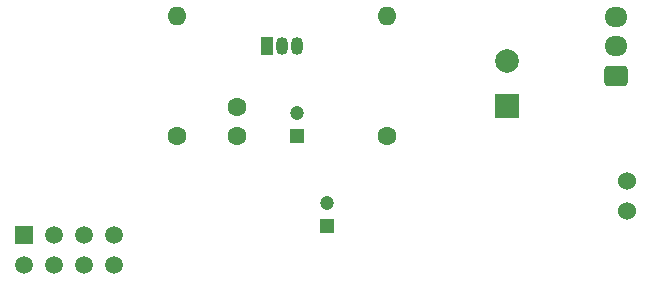
<source format=gbr>
%TF.GenerationSoftware,KiCad,Pcbnew,6.0.6-3a73a75311~116~ubuntu20.04.1*%
%TF.CreationDate,2022-07-17T11:06:13-05:00*%
%TF.ProjectId,esp_ha_integrator,6573705f-6861-45f6-996e-746567726174,rev?*%
%TF.SameCoordinates,Original*%
%TF.FileFunction,Soldermask,Bot*%
%TF.FilePolarity,Negative*%
%FSLAX46Y46*%
G04 Gerber Fmt 4.6, Leading zero omitted, Abs format (unit mm)*
G04 Created by KiCad (PCBNEW 6.0.6-3a73a75311~116~ubuntu20.04.1) date 2022-07-17 11:06:13*
%MOMM*%
%LPD*%
G01*
G04 APERTURE LIST*
G04 Aperture macros list*
%AMRoundRect*
0 Rectangle with rounded corners*
0 $1 Rounding radius*
0 $2 $3 $4 $5 $6 $7 $8 $9 X,Y pos of 4 corners*
0 Add a 4 corners polygon primitive as box body*
4,1,4,$2,$3,$4,$5,$6,$7,$8,$9,$2,$3,0*
0 Add four circle primitives for the rounded corners*
1,1,$1+$1,$2,$3*
1,1,$1+$1,$4,$5*
1,1,$1+$1,$6,$7*
1,1,$1+$1,$8,$9*
0 Add four rect primitives between the rounded corners*
20,1,$1+$1,$2,$3,$4,$5,0*
20,1,$1+$1,$4,$5,$6,$7,0*
20,1,$1+$1,$6,$7,$8,$9,0*
20,1,$1+$1,$8,$9,$2,$3,0*%
G04 Aperture macros list end*
%ADD10R,1.500000X1.500000*%
%ADD11C,1.500000*%
%ADD12RoundRect,0.250000X0.725000X-0.600000X0.725000X0.600000X-0.725000X0.600000X-0.725000X-0.600000X0*%
%ADD13O,1.950000X1.700000*%
%ADD14C,1.524000*%
%ADD15R,1.050000X1.500000*%
%ADD16O,1.050000X1.500000*%
%ADD17C,1.600000*%
%ADD18O,1.600000X1.600000*%
%ADD19R,1.200000X1.200000*%
%ADD20C,1.200000*%
%ADD21R,2.000000X2.000000*%
%ADD22C,2.000000*%
G04 APERTURE END LIST*
D10*
%TO.C,U1*%
X119155000Y-97300000D03*
D11*
X121695000Y-97300000D03*
X124235000Y-97300000D03*
X126775000Y-97300000D03*
X119155000Y-99840000D03*
X121695000Y-99840000D03*
X124235000Y-99840000D03*
X126775000Y-99840000D03*
%TD*%
D12*
%TO.C,J2*%
X169270000Y-83780000D03*
D13*
X169270000Y-81280000D03*
X169270000Y-78780000D03*
%TD*%
D14*
%TO.C,J1*%
X170180000Y-95240000D03*
X170180000Y-92720000D03*
%TD*%
D15*
%TO.C,Q1*%
X139700000Y-81280000D03*
D16*
X140970000Y-81280000D03*
X142240000Y-81280000D03*
%TD*%
D17*
%TO.C,R2*%
X149860000Y-88900000D03*
D18*
X149860000Y-78740000D03*
%TD*%
D19*
%TO.C,C3*%
X144780000Y-96520000D03*
D20*
X144780000Y-94520000D03*
%TD*%
D17*
%TO.C,C1*%
X137120000Y-88900000D03*
X137120000Y-86400000D03*
%TD*%
D19*
%TO.C,C2*%
X142240000Y-88900000D03*
D20*
X142240000Y-86900000D03*
%TD*%
D21*
%TO.C,C4*%
X160020000Y-86360000D03*
D22*
X160020000Y-82560000D03*
%TD*%
D17*
%TO.C,R1*%
X132080000Y-88900000D03*
D18*
X132080000Y-78740000D03*
%TD*%
M02*

</source>
